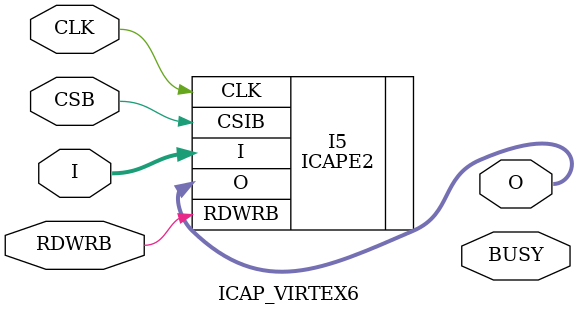
<source format=v>

`timescale 1 ps / 1 ps 

module ICAP_VIRTEX6 (
  BUSY,
  O,
  CLK,
  CSB,
  I,
  RDWRB
);
  parameter [31:0] DEVICE_ID = 32'h04244093;

  parameter ICAP_WIDTH = "X8";
  parameter SIM_CFG_FILE_NAME = "NONE";

  output BUSY;
  output [31:0] O;

  input CLK;
  input CSB;
  input RDWRB;
  input [31:0] I;

ICAPE2 #(.DEVICE_ID(DEVICE_ID), .ICAP_WIDTH(ICAP_WIDTH), .SIM_CFG_FILE_NAME(SIM_CFG_FILE_NAME)) I5 ( .O(O), .CLK(CLK), .CSIB(CSB), .I(I), .RDWRB(RDWRB));

endmodule

</source>
